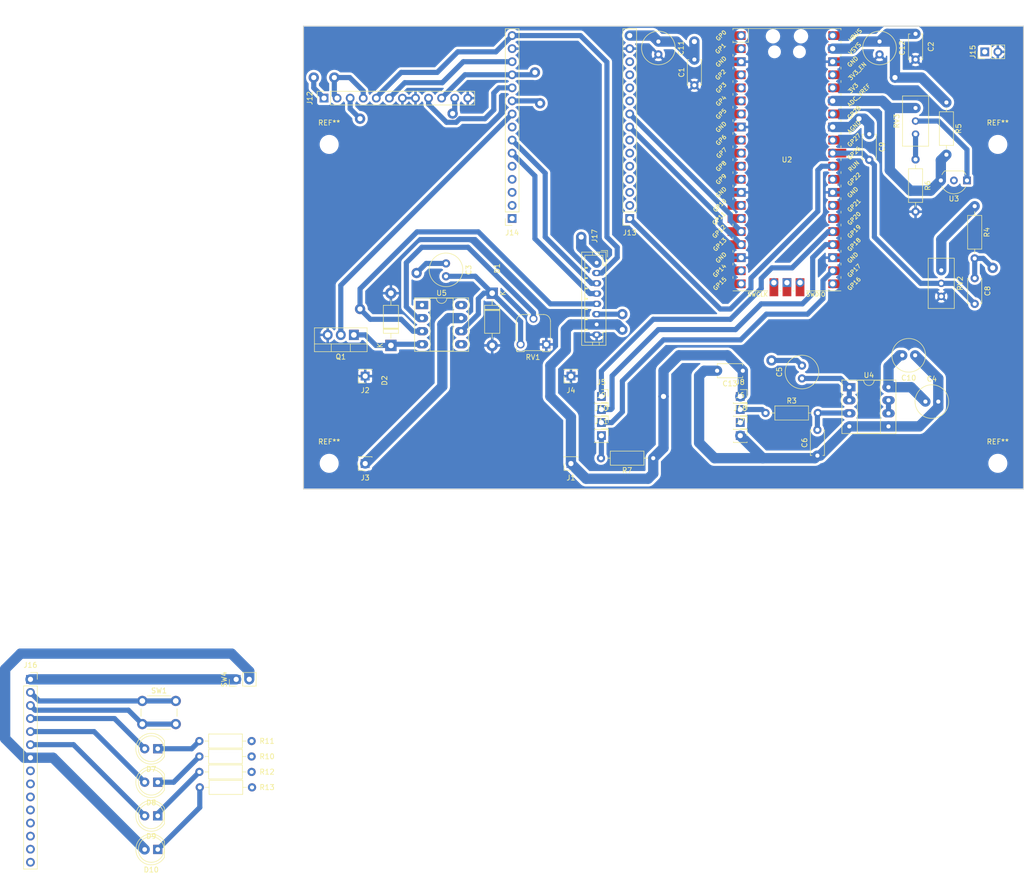
<source format=kicad_pcb>
(kicad_pcb (version 20221018) (generator pcbnew)
  (title_block (title "GPO-746-Bluetooth-conversion Main board") (date "2023-09-06") (rev "1.0.0") (company "Vlad Balmos"))
  (layers (0 "F.Cu" jumper) (31 "B.Cu" mixed) (36 "B.SilkS" user "B.Silkscreen") (37 "F.SilkS" user "F.Silkscreen") (38 "B.Mask" user) (44 "Edge.Cuts" user))
  (net 0 "")
  (net 1 "GND")
  (net 2 "+5V")
  (net 3 "Ringer+")
  (net 4 "Net-(D1-K)")
  (net 5 "GNDA")
  (net 6 "Net-(U4A--)")
  (net 7 "Speaker+")
  (net 8 "Net-(U4A-+)")
  (net 9 "Mic+")
  (net 10 "Net-(U2-GPIO26_ADC0)")
  (net 11 "Mosfet_Drain")
  (net 12 "Net-(D7-K)")
  (net 13 "/Control board/BT_LED_STATE (19)")
  (net 14 "Net-(D8-K)")
  (net 15 "/Control board/RingerSignal (16)")
  (net 16 "Net-(D9-K)")
  (net 17 "/Control board/HookSwitchOut (2)")
  (net 18 "Net-(D10-K)")
  (net 19 "+34V")
  (net 20 "DAC_TX_Din (19)")
  (net 21 "DAC_Vout")
  (net 22 "DAC_SCLK (18)")
  (net 23 "DAC_CS (17)")
  (net 24 "DOut")
  (net 25 "Pico_Enable")
  (net 32 "Audio_SDA (26)")
  (net 41 "BT_LED_STATE (19)")
  (net 42 "ENABLE_PAIRING_BTN (18)")
  (net 44 "RingerEnabled (17)")
  (net 45 "RingerSignal (16)")
  (net 46 "HookSwitchPower (4)")
  (net 47 "HookSwitchOut (2)")
  (net 48 "Dialer (15)")
  (net 49 "+3.3V")
  (net 50 "+5V_pre_switch")
  (net 51 "/Control board/+5V_pre_switch")
  (net 52 "/Control board/+3.3V")
  (net 53 "/Control board/ENABLE_PAIRING_BTN (18)")
  (net 54 "+3.3V_Clean")
  (net 55 "Net-(R6-Pad1)")
  (net 56 "Net-(U5--)")
  (net 77 "Net-(U2-3V3)")
  (net 82 "Net-(U4B--)")
  (net 85 "Audio_SCL (27)")
  (net 87 "Net-(U3-REF)")
  (footprint "Resistor_THT:R_Axial_DIN0207_L6.3mm_D2.5mm_P10.16mm_Horizontal" (layer "F.Cu") (at 59.76 159)
    (fp_text reference "R11")
    (fp_text value "2k")
  )
  (footprint "Connector_PinHeader_2.54mm:PinHeader_1x02_P2.54mm_Vertical" (layer "F.Cu") (at 66.92 147 90)
    (fp_text reference "SW4")
    (fp_text value "SW_SPST")
  )
  (footprint "Diode_THT:D_DO-41_SOD81_P10.16mm_Horizontal" (layer "F.Cu") (at 116.69 71.92 -90)
    (fp_text reference "D1")
    (fp_text value "1N5819")
  )
  (footprint "Connector_PinSocket_2.54mm:PinSocket_1x01_P2.54mm_Vertical" (layer "F.Cu") (at 164.92 94.54)
    (fp_text reference "J6")
    (fp_text value "Conn_01x01_Socket")
  )
  (footprint "Connector_PinSocket_2.54mm:PinSocket_1x01_P2.54mm_Vertical" (layer "F.Cu") (at 137.92 92)
    (fp_text reference "J5")
    (fp_text value "Conn_01x01_Socket")
  )
  (footprint "Connector_PinSocket_2.54mm:PinSocket_1x01_P2.54mm_Vertical" (layer "F.Cu") (at 137.92 94.54)
    (fp_text reference "J9")
    (fp_text value "Conn_01x01_Socket")
  )
  (footprint "Button_Switch_THT:SW_PUSH_6mm_H5mm" (layer "F.Cu") (at 48.67 151.2)
    (fp_text reference "SW1")
    (fp_text value "SW_Push")
  )
  (footprint "Connector_PinSocket_2.54mm:PinSocket_1x01_P2.54mm_Vertical" (layer "F.Cu") (at 92 105.04675 180)
    (fp_text reference "J3")
    (fp_text value "34V")
  )
  (footprint "Potentiometer_THT:Potentiometer_Bourns_3296W_Vertical" (layer "F.Cu") (at 204 72.55 -90)
    (fp_text reference "RV2")
    (fp_text value "10k")
  )
  (footprint "Package_DIP:DIP-8_W7.62mm_Socket_LongPads" (layer "F.Cu") (at 103.045 74.23)
    (fp_text reference "U5")
    (fp_text value "UA741")
  )
  (footprint "Connector_PinSocket_2.54mm:PinSocket_1x01_P2.54mm_Vertical" (layer "F.Cu") (at 92 88.04675 180)
    (fp_text reference "J2")
    (fp_text value "GND")
  )
  (footprint "Capacitor_THT:C_Disc_D4.7mm_W2.5mm_P5.00mm" (layer "F.Cu") (at 199 26.5 90)
    (fp_text reference "C2")
    (fp_text value "0.1uf")
  )
  (footprint "Connector_PinSocket_2.54mm:PinSocket_1x01_P2.54mm_Vertical" (layer "F.Cu") (at 164.92 99.62)
    (fp_text reference "J7")
    (fp_text value "Conn_01x01_Socket")
  )
  (footprint "Capacitor_THT:C_Radial_D6.3mm_H11.0mm_P2.50mm" (layer "F.Cu") (at 107.715 66.14 -90)
    (fp_text reference "C3")
    (fp_text value "47uF")
  )
  (footprint "Resistor_THT:R_Axial_DIN0207_L6.3mm_D2.5mm_P10.16mm_Horizontal" (layer "F.Cu") (at 210.5 55 -90)
    (fp_text reference "R4")
    (fp_text value "1k")
  )
  (footprint "Package_TO_SOT_THT:TO-92_Inline_Wide" (layer "F.Cu") (at 209 50 180)
    (fp_text reference "U3")
    (fp_text value "TL431P")
  )
  (footprint "Capacitor_THT:C_Radial_D6.3mm_H11.0mm_P2.50mm" (layer "F.Cu") (at 176.92 88.5 90)
    (fp_text reference "C5")
    (fp_text value "220uF")
  )
  (footprint "Capacitor_THT:C_Disc_D4.7mm_W2.5mm_P5.00mm" (layer "F.Cu") (at 165.42 87 180)
    (fp_text reference "C13")
    (fp_text value "0.1uf")
  )
  (footprint "Connector_PinHeader_2.54mm:PinHeader_1x02_P2.54mm_Vertical" (layer "F.Cu") (at 212.46 25 90)
    (fp_text reference "J15")
    (fp_text value "Power_Connector")
  )
  (footprint "Connector_JST:JST_PH_B8B-PH-K_1x08_P2.00mm_Vertical" (layer "F.Cu") (at 137 66 -90)
    (fp_text reference "J17")
    (fp_text value "Control_board_connector")
  )
  (footprint "Package_TO_SOT_THT:TO-220-3_Vertical" (layer "F.Cu") (at 89.795 80.03 180)
    (fp_text reference "Q1")
    (fp_text value "IRFZ44N")
  )
  (footprint "Connector_PinSocket_2.54mm:PinSocket_1x01_P2.54mm_Vertical" (layer "F.Cu") (at 137.92 99.62)
    (fp_text reference "J11")
    (fp_text value "Conn_01x01_Socket")
  )
  (footprint "Resistor_THT:R_Axial_DIN0207_L6.3mm_D2.5mm_P10.16mm_Horizontal" (layer "F.Cu") (at 59.76 162)
    (fp_text reference "R10")
    (fp_text value "220")
  )
  (footprint "Resistor_THT:R_Axial_DIN0207_L6.3mm_D2.5mm_P10.16mm_Horizontal" (layer "F.Cu") (at 59.84 168)
    (fp_text reference "R13")
    (fp_text value "1k")
  )
  (footprint "LED_THT:LED_D5.0mm" (layer "F.Cu") (at 51.67 180.07 180)
    (fp_text reference "D10")
    (fp_text value "LED")
  )
  (footprint "Connector_PinSocket_2.54mm:PinSocket_1x15_P2.54mm_Vertical" (layer "F.Cu") (at 143.43 57.4 180)
    (fp_text reference "J13")
    (fp_text value "ESP32_Left_Pins")
  )
  (footprint "Resistor_THT:R_Axial_DIN0207_L6.3mm_D2.5mm_P10.16mm_Horizontal" (layer "F.Cu") (at 148 104 180)
    (fp_text reference "R7")
    (fp_text value "10k")
  )
  (footprint "Potentiometer_THT:Potentiometer_Runtron_RM-065_Vertical" (layer "F.Cu") (at 127.215 81.88 180)
    (fp_text reference "RV1")
    (fp_text value "100k")
  )
  (footprint "Package_DIP:DIP-8_W7.62mm_Socket_LongPads" (layer "F.Cu") (at 186.12 90.2)
    (fp_text reference "U4")
    (fp_text value "LM358")
  )
  (footprint "Capacitor_THT:C_Disc_D4.7mm_W2.5mm_P5.00mm" (layer "F.Cu") (at 190 41 -90)
    (fp_text reference "C9")
    (fp_text value "0.1uF")
  )
  (footprint "Capacitor_THT:C_Disc_D4.7mm_W2.5mm_P5.00mm" (layer "F.Cu") (at 210.5 69 -90)
    (fp_text reference "C8")
    (fp_text value "10uF")
  )
  (footprint "MountingHole:MountingHole_3.2mm_M3" (layer "F.Cu") (at 215 43)
    (fp_text reference "REF**")
    (fp_text value "MountingHole_3.2mm_M3")
  )
  (footprint "Capacitor_THT:C_Radial_D6.3mm_H11.0mm_P2.50mm" (layer "F.Cu") (at 192 23 -90)
    (fp_text reference "C12")
    (fp_text value "220uF")
  )
  (footprint "Capacitor_THT:C_Radial_D6.3mm_H11.0mm_P2.50mm" (layer "F.Cu") (at 200.92 93)
    (fp_text reference "C4")
    (fp_text value "220uF")
  )
  (footprint "Potentiometer_THT:Potentiometer_Bourns_3296W_Vertical" (layer "F.Cu") (at 199 35.92 90)
    (fp_text reference "RV3")
    (fp_text value "100k")
  )
  (footprint "Resistor_THT:R_Axial_DIN0207_L6.3mm_D2.5mm_P10.16mm_Horizontal" (layer "F.Cu") (at 205 34.84 -90)
    (fp_text reference "R5")
    (fp_text value "330")
  )
  (footprint "MountingHole:MountingHole_3.2mm_M3" (layer "F.Cu") (at 85 43)
    (fp_text reference "REF**")
    (fp_text value "MountingHole_3.2mm_M3")
  )
  (footprint "Connector_PinSocket_2.54mm:PinSocket_1x01_P2.54mm_Vertical" (layer "F.Cu") (at 132 88.04675 180)
    (fp_text reference "J4")
    (fp_text value "GND")
  )
  (footprint "Capacitor_THT:C_Radial_D6.3mm_H11.0mm_P2.50mm" (layer "F.Cu") (at 149 23 -90)
    (fp_text reference "C11")
    (fp_text value "220uF")
  )
  (footprint "Capacitor_THT:C_Radial_D6.3mm_H11.0mm_P2.50mm" (layer "F.Cu") (at 198.92 84 180)
    (fp_text reference "C10")
    (fp_text value "0.1uF")
  )
  (footprint "Connector_PinSocket_2.54mm:PinSocket_1x01_P2.54mm_Vertical" (layer "F.Cu") (at 137.92 97.08)
    (fp_text reference "J10")
    (fp_text value "Conn_01x01_Socket")
  )
  (footprint "MountingHole:MountingHole_3.2mm_M3" (layer "F.Cu") (at 85 105)
    (fp_text reference "REF**")
    (fp_text value "MountingHole_3.2mm_M3")
  )
  (footprint "LED_THT:LED_D5.0mm" (layer "F.Cu") (at 51.67 167 180)
    (fp_text reference "D8")
    (fp_text value "LED")
  )
  (footprint "Capacitor_THT:C_Disc_D4.7mm_W2.5mm_P5.00mm" (layer "F.Cu") (at 156 31.5 90)
    (fp_text reference "C1")
    (fp_text value "0.1uf")
  )
  (footprint "MountingHole:MountingHole_3.2mm_M3" (layer "F.Cu") (at 215 105)
    (fp_text reference "REF**")
    (fp_text value "MountingHole_3.2mm_M3")
  )
  (footprint "LED_THT:LED_D5.0mm" (layer "F.Cu") (at 51.67 160.49 180)
    (fp_text reference "D7")
    (fp_text value "LED")
  )
  (footprint "Resistor_THT:R_Axial_DIN0207_L6.3mm_D2.5mm_P10.16mm_Horizontal" (layer "F.Cu") (at 169.84 95.215)
    (fp_text reference "R3")
    (fp_text value "20k")
  )
  (footprint "Connector_PinSocket_2.54mm:PinSocket_1x15_P2.54mm_Vertical" (layer "F.Cu") (at 120.57 57.4 180)
    (fp_text reference "J14")
    (fp_text value "ESP32_Right_Pins")
  )
  (footprint "Connector_PinSocket_2.54mm:PinSocket_1x01_P2.54mm_Vertical" (layer "F.Cu") (at 132 105.04675 180)
    (fp_text reference "J1")
    (fp_text value "5V")
  )
  (footprint "Connector_PinSocket_2.54mm:PinSocket_1x01_P2.54mm_Vertical" (layer "F.Cu") (at 164.92 92)
    (fp_text reference "J8")
    (fp_text value "Conn_01x01_Socket")
  )
  (footprint "Diode_THT:D_DO-41_SOD81_P10.16mm_Horizontal" (layer "F.Cu") (at 97 82.08 90)
    (fp_text reference "D2")
    (fp_text value "1N5819")
  )
  (footprint "LED_THT:LED_D5.0mm" (layer "F.Cu") (at 51.67 173.54 180)
    (fp_text reference "D9")
    (fp_text value "LED")
  )
  (footprint "Connector_PinSocket_2.54mm:PinSocket_1x15_P2.54mm_Vertical" (layer "F.Cu") (at 26.92 147)
    (fp_text reference "J16")
    (fp_text value "Control_board_Connector")
  )
  (footprint "Connector_PinSocket_2.54mm:PinSocket_1x01_P2.54mm_Vertical" (layer "F.Cu") (at 164.92 97.08)
    (fp_text reference "J18")
    (fp_text value "Conn_01x01_Socket")
  )
  (footprint "Capacitor_THT:C_Disc_D4.7mm_W2.5mm_P5.00mm" (layer "F.Cu") (at 179.92 103.5 90)
    (fp_text reference "C6")
    (fp_text value "2.2nF")
  )
  (footprint "Resistor_THT:R_Axial_DIN0207_L6.3mm_D2.5mm_P10.16mm_Horizontal" (layer "F.Cu") (at 199 45.92 -90)
    (fp_text reference "R6")
    (fp_text value "100k")
  )
  (footprint "Resistor_THT:R_Axial_DIN0207_L6.3mm_D2.5mm_P10.16mm_Horizontal" (layer "F.Cu") (at 59.76 165)
    (fp_text reference "R12")
    (fp_text value "220")
  )
  (footprint "MCU_RaspberryPi_and_Boards:RPi_Pico_SMD_TH" (layer "F.Cu") (at 174 45.97)
    (fp_text reference "U2")
    (fp_text value "Pico")
  )
  (footprint "Connector_PinSocket_2.54mm:PinSocket_1x12_P2.54mm_Vertical" (layer "F.Cu") (at 84 34 90)
    (fp_text reference "J12")
    (fp_text value "Phone_Connector")
  )
  (gr_rect (start 80 20) (end 220 110) (stroke (width 0.2)) (fill none) (layer "Edge.Cuts"))
  (via (at 150 92) (size 2) (drill 1) (layers "F.Cu" "B.Cu") (net 2))
  (via (at 156 23) (size 2) (drill 1) (layers "F.Cu" "B.Cu") (net 2))
  (via (at 195 30) (size 2) (drill 1) (layers "F.Cu" "B.Cu") (net 2))
  (via (at 142 79) (size 2) (drill 1) (layers "F.Cu" "B.Cu") (net 2))
  (segment (start 22 145) (end 22 158.522081) (width 2) (layer "B.Cu") (net 2))
  (segment (start 148 107) (end 148 104) (width 2) (layer "B.Cu") (net 2))
  (segment (start 25 142) (end 22 145) (width 2) (layer "B.Cu") (net 2))
  (segment (start 22 158.522081) (end 25.717919 162.24) (width 2) (layer "B.Cu") (net 2))
  (segment (start 141 78) (end 142 79) (width 2) (layer "B.Cu") (net 2))
  (segment (start 150 92) (end 150 87) (width 2) (layer "B.Cu") (net 2))
  (segment (start 156 23) (end 156 26.5) (width 2) (layer "B.Cu") (net 2))
  (segment (start 134.95325 108) (end 147 108) (width 2) (layer "B.Cu") (net 2))
  (segment (start 25.717919 162.24) (end 26.92 162.24) (width 2) (layer "B.Cu") (net 2))
  (segment (start 128 86) (end 131 83) (width 2) (layer "B.Cu") (net 2))
  (segment (start 150 92) (end 150 102) (width 2) (layer "B.Cu") (net 2))
  (segment (start 147.84 21.84) (end 149 23) (width 2) (layer "B.Cu") (net 2))
  (segment (start 31.3 162.24) (end 49.13 180.07) (width 2) (layer "B.Cu") (net 2))
  (segment (start 152.5 23) (end 156 26.5) (width 2) (layer "B.Cu") (net 2))
  (segment (start 149 23) (end 152.5 23) (width 2) (layer "B.Cu") (net 2))
  (segment (start 165.42 91.5) (end 164.92 92) (width 2) (layer "B.Cu") (net 2))
  (segment (start 153 84) (end 162.42 84) (width 2) (layer "B.Cu") (net 2))
  (segment (start 195 23) (end 195 30) (width 2) (layer "B.Cu") (net 2))
  (segment (start 193.74 86.18) (end 193.74 90.2) (width 2) (layer "B.Cu") (net 2))
  (segment (start 198.12 90.2) (end 193.74 90.2) (width 2) (layer "B.Cu") (net 2))
  (segment (start 193.5 21.5) (end 192 23) (width 2) (layer "B.Cu") (net 2))
  (segment (start 186.62 24.38) (end 188 23) (width 2) (layer "B.Cu") (net 2))
  (segment (start 150 87) (end 153 84) (width 2) (layer "B.Cu") (net 2))
  (segment (start 200.16 30) (end 205 34.84) (width 2) (layer "B.Cu") (net 2))
  (segment (start 131 83) (end 131 79) (width 2) (layer "B.Cu") (net 2))
  (segment (start 69.46 147) (end 69.46 145.44) (width 2) (layer "B.Cu") (net 2))
  (segment (start 128 92) (end 128 86) (width 2) (layer "B.Cu") (net 2))
  (segment (start 200.92 93) (end 198.12 90.2) (width 2) (layer "B.Cu") (net 2))
  (segment (start 26.92 162.24) (end 31.3 162.24) (width 2) (layer "B.Cu") (net 2))
  (segment (start 69.46 145.44) (end 66.02 142) (width 2) (layer "B.Cu") (net 2))
  (segment (start 182.89 24.38) (end 186.62 24.38) (width 2) (layer "B.Cu") (net 2))
  (segment (start 195 30) (end 200.16 30) (width 2) (layer "B.Cu") (net 2))
  (segment (start 147 108) (end 148 107) (width 2) (layer "B.Cu") (net 2))
  (segment (start 132 96) (end 128 92) (width 2) (layer "B.Cu") (net 2))
  (segment (start 143.43 21.84) (end 147.84 21.84) (width 2) (layer "B.Cu") (net 2))
  (segment (start 188 23) (end 192 23) (width 2) (layer "B.Cu") (net 2))
  (segment (start 165.42 87) (end 165.42 91.5) (width 2) (layer "B.Cu") (net 2))
  (segment (start 150 102) (end 148 104) (width 2) (layer "B.Cu") (net 2))
  (segment (start 137 78) (end 141 78) (width 2) (layer "B.Cu") (net 2))
  (segment (start 131 79) (end 132 78) (width 2) (layer "B.Cu") (net 2))
  (segment (start 132 105.04675) (end 134.95325 108) (width 2) (layer "B.Cu") (net 2))
  (segment (start 192 23) (end 195 23) (width 2) (layer "B.Cu") (net 2))
  (segment (start 132 78) (end 137 78) (width 2) (layer "B.Cu") (net 2))
  (segment (start 66.02 142) (end 25 142) (width 2) (layer "B.Cu") (net 2))
  (segment (start 199 21.5) (end 193.5 21.5) (width 2) (layer "B.Cu") (net 2))
  (segment (start 162.42 84) (end 165.42 87) (width 2) (layer "B.Cu") (net 2))
  (segment (start 132 105.04675) (end 132 96) (width 2) (layer "B.Cu") (net 2))
  (segment (start 195.92 84) (end 193.74 86.18) (width 2) (layer "B.Cu") (net 2))
  (segment (start 196.42 84) (end 195.92 84) (width 2) (layer "B.Cu") (net 2))
  (via (at 102 68) (size 2) (drill 1) (layers "F.Cu" "B.Cu") (net 3))
  (via (at 109 37) (size 2) (drill 1) (layers "F.Cu" "B.Cu") (net 3))
  (segment (start 102 68) (end 103.86 66.14) (width 1) (layer "B.Cu") (net 3))
  (segment (start 109.4 36.6) (end 109 37) (width 1) (layer "B.Cu") (net 3))
  (segment (start 109.4 34) (end 109.4 36.6) (width 1) (layer "B.Cu") (net 3))
  (segment (start 103.86 66.14) (end 107.715 66.14) (width 1) (layer "B.Cu") (net 3))
  (segment (start 107.715 68.64) (end 113.41 68.64) (width 1) (layer "B.Cu") (net 4))
  (segment (start 114 75.975) (end 114 73) (width 1) (layer "B.Cu") (net 4))
  (segment (start 110.665 79.31) (end 114 75.975) (width 1) (layer "B.Cu") (net 4))
  (segment (start 115.08 71.92) (end 116.69 71.92) (width 1) (layer "B.Cu") (net 4))
  (segment (start 122.215 77.445) (end 116.69 71.92) (width 1) (layer "B.Cu") (net 4))
  (segment (start 113.41 68.64) (end 116.69 71.92) (width 1) (layer "B.Cu") (net 4))
  (segment (start 122.215 81.88) (end 122.215 77.445) (width 1) (layer "B.Cu") (net 4))
  (segment (start 114 73) (end 115.08 71.92) (width 1) (layer "B.Cu") (net 4))
  (via (at 188 38) (size 2) (drill 1) (layers "F.Cu" "B.Cu") (net 5))
  (via (at 86 30) (size 2) (drill 1) (layers "F.Cu" "B.Cu") (net 5))
  (segment (start 198.92 84) (end 203.42 88.5) (width 2) (layer "B.Cu") (net 5))
  (segment (start 188 38) (end 189 38) (width 2) (layer "B.Cu") (net 5))
  (segment (start 169.3 104) (end 179.42 104) (width 2) (layer "B.Cu") (net 5))
  (segment (start 159.92 104) (end 169.3 104) (width 2) (layer "B.Cu") (net 5))
  (segment (start 190 39) (end 190 41) (width 2) (layer "B.Cu") (net 5))
  (segment (start 86 30) (end 89 30) (width 1) (layer "B.Cu") (net 5))
  (segment (start 203.42 88.5) (end 203.42 93) (width 2) (layer "B.Cu") (net 5))
  (segment (start 203.42 94.13137) (end 203.42 93) (width 2) (layer "B.Cu") (net 5))
  (segment (start 89 30) (end 91.62 32.62) (width 1) (layer "B.Cu") (net 5))
  (segment (start 186.38 39.62) (end 182.89 39.62) (width 2) (layer "B.Cu") (net 5))
  (segment (start 179.42 104) (end 179.92 103.5) (width 2) (layer "B.Cu") (net 5))
  (segment (start 160.42 87) (end 157.92 87) (width 2) (layer "B.Cu") (net 5))
  (segment (start 156.92 101) (end 159.92 104) (width 2) (layer "B.Cu") (net 5))
  (segment (start 164.92 99.62) (end 169.3 104) (width 2) (layer "B.Cu") (net 5))
  (segment (start 180.44 103.5) (end 186.12 97.82) (width 2) (layer "B.Cu") (net 5))
  (segment (start 86 33.46) (end 86.54 34) (width 1) (layer "B.Cu") (net 5))
  (segment (start 186.12 97.82) (end 193.74 97.82) (width 2) (layer "B.Cu") (net 5))
  (segment (start 86 30) (end 86 33.46) (width 1) (layer "B.Cu") (net 5))
  (segment (start 156.92 88) (end 156.92 101) (width 2) (layer "B.Cu") (net 5))
  (segment (start 189 38) (end 190 39) (width 2) (layer "B.Cu") (net 5))
  (segment (start 157.92 87) (end 156.92 88) (width 2) (layer "B.Cu") (net 5))
  (segment (start 188 38) (end 186.38 39.62) (width 2) (layer "B.Cu") (net 5))
  (segment (start 193.74 97.82) (end 199.73137 97.82) (width 2) (layer "B.Cu") (net 5))
  (segment (start 199.73137 97.82) (end 203.42 94.13137) (width 2) (layer "B.Cu") (net 5))
  (segment (start 179.92 103.5) (end 180.44 103.5) (width 2) (layer "B.Cu") (net 5))
  (segment (start 91.62 32.62) (end 91.62 34) (width 1) (layer "B.Cu") (net 5))
  (segment (start 186.12 90.2) (end 186.12 92.74) (width 1) (layer "B.Cu") (net 6))
  (segment (start 176.92 88.5) (end 184.42 88.5) (width 1) (layer "B.Cu") (net 6))
  (segment (start 184.42 88.5) (end 186.12 90.2) (width 1) (layer "B.Cu") (net 6))
  (via (at 82 30) (size 2) (drill 1) (layers "F.Cu" "B.Cu") (net 7))
  (via (at 171 85) (size 2) (drill 1) (layers "F.Cu" "B.Cu") (net 7))
  (segment (start 171 85) (end 175.92 85) (width 1) (layer "B.Cu") (net 7))
  (segment (start 82 32) (end 84 34) (width 1) (layer "B.Cu") (net 7))
  (segment (start 175.92 85) (end 176.92 86) (width 1) (layer "B.Cu") (net 7))
  (segment (start 82 30) (end 82 32) (width 1) (layer "B.Cu") (net 7))
  (segment (start 179.92 98.5) (end 179.92 95.295) (width 1) (layer "B.Cu") (net 8))
  (segment (start 186.055 95.215) (end 186.12 95.28) (width 1) (layer "B.Cu") (net 8))
  (segment (start 179.92 95.295) (end 180 95.215) (width 1) (layer "B.Cu") (net 8))
  (segment (start 180 95.215) (end 186.055 95.215) (width 1) (layer "B.Cu") (net 8))
  (via (at 214 67) (size 2) (drill 1) (layers "F.Cu" "B.Cu") (net 9))
  (via (at 91 38) (size 2) (drill 1) (layers "F.Cu" "B.Cu") (net 9))
  (segment (start 212.16 65.16) (end 214 67) (width 1) (layer "B.Cu") (net 9))
  (segment (start 210.5 65.16) (end 210.5 69) (width 1) (layer "B.Cu") (net 9))
  (segment (start 89.08 34) (end 89.08 36.08) (width 1) (layer "B.Cu") (net 9))
  (segment (start 210.5 65.16) (end 212.16 65.16) (width 1) (layer "B.Cu") (net 9))
  (segment (start 89.08 36.08) (end 91 38) (width 1) (layer "B.Cu") (net 9))
  (segment (start 191 47) (end 191 61) (width 1) (layer "B.Cu") (net 10))
  (segment (start 200.01 70.01) (end 204 70.01) (width 1) (layer "B.Cu") (net 10))
  (segment (start 190 46) (end 191 47) (width 1) (layer "B.Cu") (net 10))
  (segment (start 206.51 70.01) (end 210.5 74) (width 1) (layer "B.Cu") (net 10))
  (segment (start 182.89 44.7) (end 188.7 44.7) (width 1) (layer "B.Cu") (net 10))
  (segment (start 188.7 44.7) (end 190 46) (width 1) (layer "B.Cu") (net 10))
  (segment (start 204 70.01) (end 206.51 70.01) (width 1) (layer "B.Cu") (net 10))
  (segment (start 191 61) (end 200.01 70.01) (width 1) (layer "B.Cu") (net 10))
  (segment (start 103.045 81.85) (end 97.23 81.85) (width 1) (layer "B.Cu") (net 11))
  (segment (start 94.08 82.08) (end 97 82.08) (width 1) (layer "B.Cu") (net 11))
  (segment (start 92.03 80.03) (end 94.08 82.08) (width 1) (layer "B.Cu") (net 11))
  (segment (start 89.795 80.03) (end 92.03 80.03) (width 1) (layer "B.Cu") (net 11))
  (segment (start 97.23 81.85) (end 97 82.08) (width 1) (layer "B.Cu") (net 11))
  (segment (start 58.27 160.49) (end 59.76 159) (width 1) (layer "B.Cu") (net 12))
  (segment (start 51.67 160.49) (end 58.27 160.49) (width 1) (layer "B.Cu") (net 12))
  (segment (start 43.26 154.62) (end 26.92 154.62) (width 1) (layer "B.Cu") (net 13))
  (segment (start 49.13 160.49) (end 43.26 154.62) (width 1) (layer "B.Cu") (net 13))
  (segment (start 51.67 167) (end 54.76 167) (width 1) (layer "B.Cu") (net 14))
  (segment (start 54.76 167) (end 59.76 162) (width 1) (layer "B.Cu") (net 14))
  (segment (start 39.29 157.16) (end 49.13 167) (width 1) (layer "B.Cu") (net 15))
  (segment (start 26.92 157.16) (end 39.29 157.16) (width 1) (layer "B.Cu") (net 15))
  (segment (start 51.67 173.09) (end 59.76 165) (width 1) (layer "B.Cu") (net 16))
  (segment (start 51.67 173.54) (end 51.67 173.09) (width 1) (layer "B.Cu") (net 16))
  (segment (start 35.29 159.7) (end 49.13 173.54) (width 1) (layer "B.Cu") (net 17))
  (segment (start 26.92 159.7) (end 35.29 159.7) (width 1) (layer "B.Cu") (net 17))
  (segment (start 59.84 171.9) (end 51.67 180.07) (width 1) (layer "B.Cu") (net 18))
  (segment (start 59.84 168) (end 59.84 171.9) (width 1) (layer "B.Cu") (net 18))
  (segment (start 108.23 76.77) (end 107 78) (width 2) (layer "B.Cu") (net 19))
  (segment (start 110.665 76.77) (end 108.23 76.77) (width 2) (layer "B.Cu") (net 19))
  (segment (start 107 90.04675) (end 92 105.04675) (width 2) (layer "B.Cu") (net 19))
  (segment (start 107 78) (end 107 90.04675) (width 2) (layer "B.Cu") (net 19))
  (segment (start 182.06 59.94) (end 182.89 59.94) (width 1) (layer "B.Cu") (net 20))
  (segment (start 175 67) (end 182.06 59.94) (width 1) (layer "B.Cu") (net 20))
  (segment (start 169 71) (end 169 69.068984) (width 1) (layer "B.Cu") (net 20))
  (segment (start 137.92 87.08) (end 148 77) (width 1) (layer "B.Cu") (net 20))
  (segment (start 171.068984 67) (end 175 67) (width 1) (layer "B.Cu") (net 20))
  (segment (start 163 77) (end 169 71) (width 1) (layer "B.Cu") (net 20))
  (segment (start 148 77) (end 163 77) (width 1) (layer "B.Cu") (net 20))
  (segment (start 169 69.068984) (end 171.068984 67) (width 1) (layer "B.Cu") (net 20))
  (segment (start 137.92 92) (end 137.92 87.08) (width 1) (layer "B.Cu") (net 20))
  (segment (start 164.92 94.54) (end 169.165 94.54) (width 1) (layer "B.Cu") (net 21))
  (segment (start 169.165 94.54) (end 169.84 95.215) (width 1) (layer "B.Cu") (net 21))
  (segment (start 181.52 62.48) (end 182.89 62.48) (width 1) (layer "B.Cu") (net 22))
  (segment (start 169 74) (end 177 74) (width 1) (layer "B.Cu") (net 22))
  (segment (start 139.77 94.54) (end 140 94.31) (width 1) (layer "B.Cu") (net 22))
  (segment (start 177 74) (end 179 72) (width 1) (layer "B.Cu") (net 22))
  (segment (start 140 88) (end 149 79) (width 1) (layer "B.Cu") (net 22))
  (segment (start 164 79) (end 169 74) (width 1) (layer "B.Cu") (net 22))
  (segment (start 140 94.31) (end 140 88) (width 1) (layer "B.Cu") (net 22))
  (segment (start 149 79) (end 164 79) (width 1) (layer "B.Cu") (net 22))
  (segment (start 179 65) (end 181.52 62.48) (width 1) (layer "B.Cu") (net 22))
  (segment (start 137.92 94.54) (end 139.77 94.54) (width 1) (layer "B.Cu") (net 22))
  (segment (start 179 72) (end 179 65) (width 1) (layer "B.Cu") (net 22))
  (segment (start 142 89) (end 150 81) (width 1) (layer "B.Cu") (net 23))
  (segment (start 150 81) (end 165 81) (width 1) (layer "B.Cu") (net 23))
  (segment (start 139.923528 97.08) (end 142 95.003528) (width 1) (layer "B.Cu") (net 23))
  (segment (start 170 76) (end 178 76) (width 1) (layer "B.Cu") (net 23))
  (segment (start 165 81) (end 170 76) (width 1) (layer "B.Cu") (net 23))
  (segment (start 137.92 97.08) (end 139.923528 97.08) (width 1) (layer "B.Cu") (net 23))
  (segment (start 178 76) (end 181 73) (width 1) (layer "B.Cu") (net 23))
  (segment (start 181 73) (end 181 69.45) (width 1) (layer "B.Cu") (net 23))
  (segment (start 142 95.003528) (end 142 89) (width 1) (layer "B.Cu") (net 23))
  (segment (start 181 69.45) (end 182.89 67.56) (width 1) (layer "B.Cu") (net 23))
  (segment (start 137.92 99.62) (end 137.92 103.92) (width 1) (layer "B.Cu") (net 24))
  (segment (start 137.92 103.92) (end 137.84 104) (width 1) (layer "B.Cu") (net 24))
  (segment (start 167 69) (end 180 56) (width 1) (layer "B.Cu") (net 25))
  (segment (start 143.43 57.4) (end 161.03 75) (width 1) (layer "B.Cu") (net 25))
  (segment (start 163 75) (end 167 71) (width 1) (layer "B.Cu") (net 25))
  (segment (start 180 56) (end 180 48) (width 1) (layer "B.Cu") (net 25))
  (segment (start 167 71) (end 167 69) (width 1) (layer "B.Cu") (net 25))
  (segment (start 180 48) (end 180.76 47.24) (width 1) (layer "B.Cu") (net 25))
  (segment (start 180.76 47.24) (end 182.89 47.24) (width 1) (layer "B.Cu") (net 25))
  (segment (start 161.03 75) (end 163 75) (width 1) (layer "B.Cu") (net 25))
  (segment (start 163 56.65) (end 143.43 37.08) (width 1) (layer "B.Cu") (net 32))
  (segment (start 165.11 59.94) (end 163 57.83) (width 1) (layer "B.Cu") (net 32))
  (segment (start 163 57.83) (end 163 56.65) (width 1) (layer "B.Cu") (net 32))
  (segment (start 125 61.325) (end 125 49.13) (width 1) (layer "B.Cu") (net 41))
  (segment (start 137 72) (end 135.675 72) (width 1) (layer "B.Cu") (net 41))
  (segment (start 135.675 72) (end 125 61.325) (width 1) (layer "B.Cu") (net 41))
  (segment (start 125 49.13) (end 120.57 44.7) (width 1) (layer "B.Cu") (net 41))
  (segment (start 137 70) (end 136 70) (width 1) (layer "B.Cu") (net 42))
  (segment (start 136 70) (end 127 61) (width 1) (layer "B.Cu") (net 42))
  (segment (start 127 61) (end 127 48.59) (width 1) (layer "B.Cu") (net 42))
  (segment (start 127 48.59) (end 120.57 42.16) (width 1) (layer "B.Cu") (net 42))
  (segment (start 87.255 70.395) (end 87.255 80.03) (width 1) (layer "B.Cu") (net 44))
  (segment (start 120.57 37.08) (end 87.255 70.395) (width 1) (layer "B.Cu") (net 44))
  (via (at 126 35) (size 2) (drill 1) (layers "F.Cu" "B.Cu") (net 45))
  (via (at 91 75) (size 2) (drill 1) (layers "F.Cu" "B.Cu") (net 45))
  (segment (start 114 60) (end 102.075736 60) (width 1) (layer "B.Cu") (net 45))
  (segment (start 91 71.075736) (end 91 75) (width 1) (layer "B.Cu") (net 45))
  (segment (start 128 74) (end 114 60) (width 1) (layer "B.Cu") (net 45))
  (segment (start 125.54 34.54) (end 126 35) (width 1) (layer "B.Cu") (net 45))
  (segment (start 101.31 79.31) (end 103.045 79.31) (width 1) (layer "B.Cu") (net 45))
  (segment (start 99 77) (end 101.31 79.31) (width 1) (layer "B.Cu") (net 45))
  (segment (start 137 74) (end 128 74) (width 1) (layer "B.Cu") (net 45))
  (segment (start 93 77) (end 99 77) (width 1) (layer "B.Cu") (net 45))
  (segment (start 120.57 34.54) (end 125.54 34.54) (width 1) (layer "B.Cu") (net 45))
  (segment (start 91 75) (end 93 77) (width 1) (layer "B.Cu") (net 45))
  (segment (start 102.075736 60) (end 91 71.075736) (width 1) (layer "B.Cu") (net 45))
  (segment (start 115.285 38) (end 117 36.285) (width 1) (layer "B.Cu") (net 46))
  (segment (start 104.32 35.202081) (end 107.817919 38.7) (width 1) (layer "B.Cu") (net 46))
  (segment (start 110.404164 38) (end 115.285 38) (width 1) (layer "B.Cu") (net 46))
  (segment (start 117 36.285) (end 117 33) (width 1) (layer "B.Cu") (net 46))
  (segment (start 104.32 34) (end 104.32 35.202081) (width 1) (layer "B.Cu") (net 46))
  (segment (start 118 32) (end 120.57 32) (width 1) (layer "B.Cu") (net 46))
  (segment (start 109.704164 38.7) (end 110.404164 38) (width 1) (layer "B.Cu") (net 46))
  (segment (start 107.817919 38.7) (end 109.704164 38.7) (width 1) (layer "B.Cu") (net 46))
  (segment (start 117 33) (end 118 32) (width 1) (layer "B.Cu") (net 46))
  (via (at 142 76) (size 2) (drill 1) (layers "F.Cu" "B.Cu") (net 47))
  (via (at 125 29) (size 2) (drill 1) (layers "F.Cu" "B.Cu") (net 47))
  (segment (start 120.57 29.46) (end 124.54 29.46) (width 1) (layer "B.Cu") (net 47))
  (segment (start 124.54 29.46) (end 125 29) (width 1) (layer "B.Cu") (net 47))
  (segment (start 106.86 34) (end 111.4 29.46) (width 1) (layer "B.Cu") (net 47))
  (segment (start 111.4 29.46) (end 120.57 29.46) (width 1) (layer "B.Cu") (net 47))
  (segment (start 137 76) (end 142 76) (width 1) (layer "B.Cu") (net 47))
  (segment (start 107 31) (end 111.08 26.92) (width 1) (layer "B.Cu") (net 48))
  (segment (start 111.08 26.92) (end 120.57 26.92) (width 1) (layer "B.Cu") (net 48))
  (segment (start 99.7 31) (end 107 31) (width 1) (layer "B.Cu") (net 48))
  (segment (start 96.7 34) (end 99.7 31) (width 1) (layer "B.Cu") (net 48))
  (segment (start 110 25) (end 117.41 25) (width 1) (layer "B.Cu") (net 49))
  (segment (start 94.16 34) (end 94.16 33.84) (width 1) (layer "B.Cu") (net 49))
  (segment (start 137 68) (end 138 68) (width 1) (layer "B.Cu") (net 49))
  (segment (start 141 63) (end 139 61) (width 1) (layer "B.Cu") (net 49))
  (segment (start 141 65) (end 141 63) (width 1) (layer "B.Cu") (net 49))
  (segment (start 94.16 33.84) (end 99 29) (width 1) (layer "B.Cu") (net 49))
  (segment (start 106 29) (end 110 25) (width 1) (layer "B.Cu") (net 49))
  (segment (start 139 61) (end 139 27) (width 1) (layer "B.Cu") (net 49))
  (segment (start 138 68) (end 141 65) (width 1) (layer "B.Cu") (net 49))
  (segment (start 117.41 25) (end 120.57 21.84) (width 1) (layer "B.Cu") (net 49))
  (segment (start 133.84 21.84) (end 120.57 21.84) (width 1) (layer "B.Cu") (net 49))
  (segment (start 99 29) (end 106 29) (width 1) (layer "B.Cu") (net 49))
  (segment (start 139 27) (end 133.84 21.84) (width 1) (layer "B.Cu") (net 49))
  (via (at 134 61) (size 2) (drill 1) (layers "F.Cu" "B.Cu") (net 50))
  (segment (start 134 63) (end 137 66) (width 2) (layer "B.Cu") (net 50))
  (segment (start 134 61) (end 134 63) (width 2) (layer "B.Cu") (net 50))
  (segment (start 26.92 147) (end 66.92 147) (width 2) (layer "B.Cu") (net 51))
  (segment (start 28.58 151.2) (end 48.67 151.2) (width 1) (layer "B.Cu") (net 52))
  (segment (start 48.67 151.2) (end 55.17 151.2) (width 1) (layer "B.Cu") (net 52))
  (segment (start 26.92 149.54) (end 28.58 151.2) (width 1) (layer "B.Cu") (net 52))
  (segment (start 48.67 155.7) (end 55.17 155.7) (width 1) (layer "B.Cu") (net 53))
  (segment (start 27.84 153) (end 45.97 153) (width 1) (layer "B.Cu") (net 53))
  (segment (start 45.97 153) (end 48.67 155.7) (width 1) (layer "B.Cu") (net 53))
  (segment (start 26.92 152.08) (end 27.84 153) (width 1) (layer "B.Cu") (net 53))
  (segment (start 194 36) (end 194 48) (width 2) (layer "B.Cu") (net 54))
  (segment (start 203.92 50) (end 203.92 46.08) (width 2) (layer "B.Cu") (net 54))
  (segment (start 204 61.5) (end 204 67.47) (width 2) (layer "B.Cu") (net 54))
  (segment (start 210.5 55) (end 204 61.5) (width 2) (layer "B.Cu") (net 54))
  (segment (start 193.92 35.92) (end 192.54 34.54) (width 2) (layer "B.Cu") (net 54))
  (segment (start 192.54 34.54) (end 188.65127 34.54) (width 2) (layer "B.Cu") (net 54))
  (segment (start 194 48) (end 198 52) (width 2) (layer "B.Cu") (net 54))
  (segment (start 203.92 46.08) (end 205 45) (width 2) (layer "B.Cu") (net 54))
  (segment (start 182.89 34.54) (end 188.65127 34.54) (width 2) (layer "B.Cu") (net 54))
  (segment (start 199 35.92) (end 193.92 35.92) (width 2) (layer "B.Cu") (net 54))
  (segment (start 192.54 34.54) (end 194 36) (width 2) (layer "B.Cu") (net 54))
  (segment (start 201.92 52) (end 203.92 50) (width 2) (layer "B.Cu") (net 54))
  (segment (start 198 52) (end 201.92 52) (width 2) (layer "B.Cu") (net 54))
  (segment (start 199 41) (end 199 45.92) (width 1) (layer "B.Cu") (net 55))
  (segment (start 124.715 75.715) (end 124.715 76.88) (width 1) (layer "B.Cu") (net 56))
  (segment (start 103.045 76.77) (end 102.185 76.77) (width 1) (layer "B.Cu") (net 56))
  (segment (start 112 63) (end 124.715 75.715) (width 1) (layer "B.Cu") (net 56))
  (segment (start 100 66) (end 103 63) (width 1) (layer "B.Cu") (net 56))
  (segment (start 100 74.585) (end 100 66) (width 1) (layer "B.Cu") (net 56))
  (segment (start 102.185 76.77) (end 100 74.585) (width 1) (layer "B.Cu") (net 56))
  (segment (start 103 63) (end 112 63) (width 1) (layer "B.Cu") (net 56))
  (segment (start 193.74 92.74) (end 193.74 95.28) (width 1) (layer "B.Cu") (net 82))
  (segment (start 161 57.19) (end 143.43 39.62) (width 1) (layer "B.Cu") (net 85))
  (segment (start 161 58.37) (end 161 57.19) (width 1) (layer "B.Cu") (net 85))
  (segment (start 165.11 62.48) (end 161 58.37) (width 1) (layer "B.Cu") (net 85))
  (segment (start 209 44) (end 203.46 38.46) (width 1) (layer "B.Cu") (net 87))
  (segment (start 209 50) (end 209 44) (width 1) (layer "B.Cu") (net 87))
  (segment (start 203.46 38.46) (end 199 38.46) (width 1) (layer "B.Cu") (net 87))
  (zone (net 1) (net_name "GND") (layer "B.Cu") (connect_pads (clearance 0.5)) (min_thickness 0.25) (fill yes (thermal_gap 0.5) (thermal_bridge_width 0.5))
    (polygon (pts (xy 80 20) (xy 220 20) (xy 220 110) (xy 80 110)))
  )
)
</source>
